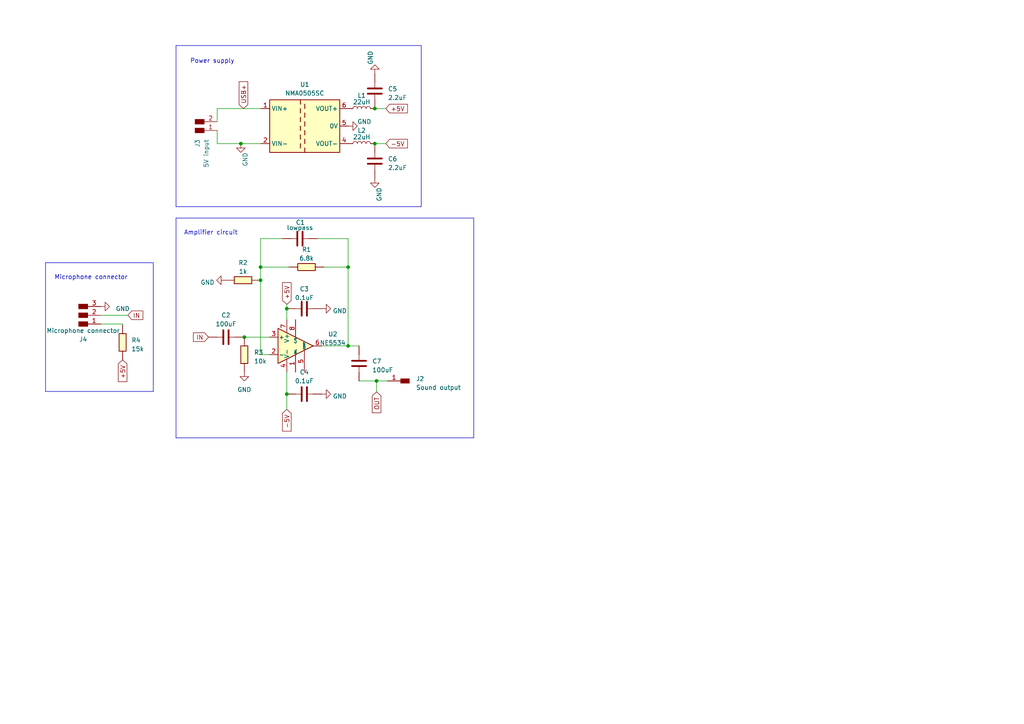
<source format=kicad_sch>
(kicad_sch (version 20230121) (generator eeschema)

  (uuid 6a4715f8-4ec3-4286-8825-f26f59b657a8)

  (paper "A4")

  (lib_symbols
    (symbol "Amplifier_Operational:NE5534" (pin_names (offset 0.127)) (in_bom yes) (on_board yes)
      (property "Reference" "U" (at 1.27 6.35 0)
        (effects (font (size 1.27 1.27)) (justify left))
      )
      (property "Value" "NE5534" (at 1.27 3.81 0)
        (effects (font (size 1.27 1.27)) (justify left))
      )
      (property "Footprint" "" (at 1.27 1.27 0)
        (effects (font (size 1.27 1.27)) hide)
      )
      (property "Datasheet" "http://www.ti.com/lit/ds/symlink/ne5534.pdf" (at 1.27 3.81 0)
        (effects (font (size 1.27 1.27)) hide)
      )
      (property "ki_keywords" "single opamp" (at 0 0 0)
        (effects (font (size 1.27 1.27)) hide)
      )
      (property "ki_description" "Single Low-Noise Operational Amplifiers, DIP-8/SOIC-8" (at 0 0 0)
        (effects (font (size 1.27 1.27)) hide)
      )
      (property "ki_fp_filters" "DIP*W7.62mm* SOIC*3.9x4.9mm*P1.27mm* TO?5*" (at 0 0 0)
        (effects (font (size 1.27 1.27)) hide)
      )
      (symbol "NE5534_0_1"
        (polyline
          (pts
            (xy -5.08 5.08)
            (xy 5.08 0)
            (xy -5.08 -5.08)
            (xy -5.08 5.08)
          )
          (stroke (width 0.254) (type default))
          (fill (type background))
        )
      )
      (symbol "NE5534_1_1"
        (pin input line (at 0 -7.62 90) (length 5.08)
          (name "BAL" (effects (font (size 0.508 0.508))))
          (number "1" (effects (font (size 1.27 1.27))))
        )
        (pin input line (at -7.62 -2.54 0) (length 2.54)
          (name "-" (effects (font (size 1.27 1.27))))
          (number "2" (effects (font (size 1.27 1.27))))
        )
        (pin input line (at -7.62 2.54 0) (length 2.54)
          (name "+" (effects (font (size 1.27 1.27))))
          (number "3" (effects (font (size 1.27 1.27))))
        )
        (pin power_in line (at -2.54 -7.62 90) (length 3.81)
          (name "V-" (effects (font (size 1.27 1.27))))
          (number "4" (effects (font (size 1.27 1.27))))
        )
        (pin input line (at 2.54 -7.62 90) (length 6.35)
          (name "COMP" (effects (font (size 0.508 0.508))))
          (number "5" (effects (font (size 1.27 1.27))))
        )
        (pin output line (at 7.62 0 180) (length 2.54)
          (name "~" (effects (font (size 1.27 1.27))))
          (number "6" (effects (font (size 1.27 1.27))))
        )
        (pin power_in line (at -2.54 7.62 270) (length 3.81)
          (name "V+" (effects (font (size 1.27 1.27))))
          (number "7" (effects (font (size 1.27 1.27))))
        )
        (pin input line (at 0 7.62 270) (length 5.08)
          (name "C/B" (effects (font (size 0.508 0.508))))
          (number "8" (effects (font (size 1.27 1.27))))
        )
      )
    )
    (symbol "Regulator_Switching:NMA0505SC" (in_bom yes) (on_board yes)
      (property "Reference" "U" (at -10.16 8.89 0)
        (effects (font (size 1.27 1.27)) (justify left))
      )
      (property "Value" "NMA0505SC" (at 0 8.89 0)
        (effects (font (size 1.27 1.27)) (justify left))
      )
      (property "Footprint" "Converter_DCDC:Converter_DCDC_Murata_NMAxxxxSC_THT" (at 0 -8.89 0)
        (effects (font (size 1.27 1.27) italic) hide)
      )
      (property "Datasheet" "http://power.murata.com/data/power/ncl/kdc_nma.pdf" (at 0 0 0)
        (effects (font (size 1.27 1.27)) hide)
      )
      (property "ki_keywords" "Murata isolated isolation dc-dc converter" (at 0 0 0)
        (effects (font (size 1.27 1.27)) hide)
      )
      (property "ki_description" "+/-100mA Isolated 1W Dual output DC/DC Converter Module, 5V Input Voltage, +/-5V Output Voltage, SIP3" (at 0 0 0)
        (effects (font (size 1.27 1.27)) hide)
      )
      (property "ki_fp_filters" "Converter*DCDC*Murata*NMAxxxxSC*" (at 0 0 0)
        (effects (font (size 1.27 1.27)) hide)
      )
      (symbol "NMA0505SC_0_1"
        (rectangle (start -10.16 7.62) (end 10.16 -7.62)
          (stroke (width 0.254) (type default))
          (fill (type background))
        )
        (polyline
          (pts
            (xy -1.27 -5.08)
            (xy -1.27 -6.35)
          )
          (stroke (width 0.254) (type default))
          (fill (type none))
        )
        (polyline
          (pts
            (xy -1.27 -2.54)
            (xy -1.27 -3.81)
          )
          (stroke (width 0.254) (type default))
          (fill (type none))
        )
        (polyline
          (pts
            (xy -1.27 0)
            (xy -1.27 -1.27)
          )
          (stroke (width 0.254) (type default))
          (fill (type none))
        )
        (polyline
          (pts
            (xy -1.27 2.54)
            (xy -1.27 1.27)
          )
          (stroke (width 0.254) (type default))
          (fill (type none))
        )
        (polyline
          (pts
            (xy -1.27 5.08)
            (xy -1.27 3.81)
          )
          (stroke (width 0.254) (type default))
          (fill (type none))
        )
        (polyline
          (pts
            (xy -1.27 7.62)
            (xy -1.27 6.35)
          )
          (stroke (width 0.254) (type default))
          (fill (type none))
        )
        (polyline
          (pts
            (xy 0 -7.62)
            (xy 0 -6.35)
          )
          (stroke (width 0.254) (type default))
          (fill (type none))
        )
        (polyline
          (pts
            (xy 0 -5.08)
            (xy 0 -3.81)
          )
          (stroke (width 0.254) (type default))
          (fill (type none))
        )
        (polyline
          (pts
            (xy 0 -1.27)
            (xy 0 -2.54)
          )
          (stroke (width 0.254) (type default))
          (fill (type none))
        )
        (polyline
          (pts
            (xy 0 0)
            (xy 0 1.27)
          )
          (stroke (width 0.254) (type default))
          (fill (type none))
        )
        (polyline
          (pts
            (xy 0 2.54)
            (xy 0 3.81)
          )
          (stroke (width 0.254) (type default))
          (fill (type none))
        )
        (polyline
          (pts
            (xy 0 5.08)
            (xy 0 6.35)
          )
          (stroke (width 0.254) (type default))
          (fill (type none))
        )
      )
      (symbol "NMA0505SC_1_1"
        (pin power_in line (at -12.7 5.08 0) (length 2.54)
          (name "VIN+" (effects (font (size 1.27 1.27))))
          (number "1" (effects (font (size 1.27 1.27))))
        )
        (pin power_in line (at -12.7 -5.08 0) (length 2.54)
          (name "VIN-" (effects (font (size 1.27 1.27))))
          (number "2" (effects (font (size 1.27 1.27))))
        )
        (pin power_out line (at 12.7 -5.08 180) (length 2.54)
          (name "VOUT-" (effects (font (size 1.27 1.27))))
          (number "4" (effects (font (size 1.27 1.27))))
        )
        (pin power_out line (at 12.7 0 180) (length 2.54)
          (name "0V" (effects (font (size 1.27 1.27))))
          (number "5" (effects (font (size 1.27 1.27))))
        )
        (pin power_out line (at 12.7 5.08 180) (length 2.54)
          (name "VOUT+" (effects (font (size 1.27 1.27))))
          (number "6" (effects (font (size 1.27 1.27))))
        )
      )
    )
    (symbol "fab:C_1206" (pin_numbers hide) (in_bom yes) (on_board yes)
      (property "Reference" "C" (at 0.635 2.54 0)
        (effects (font (size 1.27 1.27)) (justify left))
      )
      (property "Value" "C_1206" (at 0.635 -2.54 0)
        (effects (font (size 1.27 1.27)) (justify left))
      )
      (property "Footprint" "fab:C_1206" (at 0 0 0)
        (effects (font (size 1.27 1.27)) hide)
      )
      (property "Datasheet" "https://www.yageo.com/upload/media/product/productsearch/datasheet/mlcc/UPY-GP_NP0_16V-to-50V_18.pdf" (at 0 0 0)
        (effects (font (size 1.27 1.27)) hide)
      )
      (property "ki_keywords" "cap capacitor unpolarized 1206 C GRT31CC8YA106ME01L C3216X7R1H105K160AB C3216X7R2A104K160AA CC1206CRNPO9BN1R0 CC1206JRNPO9BN100 CC1206JRNPO9BN101 CC1206KKX7RCBB102 CC1206KRX7R9BB103" (at 0 0 0)
        (effects (font (size 1.27 1.27)) hide)
      )
      (property "ki_description" "Unpolarized capacitor, SMD, 1206" (at 0 0 0)
        (effects (font (size 1.27 1.27)) hide)
      )
      (property "ki_fp_filters" "*C*" (at 0 0 0)
        (effects (font (size 1.27 1.27)) hide)
      )
      (symbol "C_1206_0_1"
        (polyline
          (pts
            (xy -2.032 -0.762)
            (xy 2.032 -0.762)
          )
          (stroke (width 0.508) (type default))
          (fill (type none))
        )
        (polyline
          (pts
            (xy -2.032 0.762)
            (xy 2.032 0.762)
          )
          (stroke (width 0.508) (type default))
          (fill (type none))
        )
        (polyline
          (pts
            (xy 0 -0.635)
            (xy 0 -2.54)
          )
          (stroke (width 0) (type default))
          (fill (type none))
        )
        (polyline
          (pts
            (xy 0 0.635)
            (xy 0 2.54)
          )
          (stroke (width 0) (type default))
          (fill (type none))
        )
      )
      (symbol "C_1206_1_1"
        (pin passive line (at 0 5.08 270) (length 2.54)
          (name "~" (effects (font (size 1.27 1.27))))
          (number "1" (effects (font (size 1.27 1.27))))
        )
        (pin passive line (at 0 -5.08 90) (length 2.54)
          (name "~" (effects (font (size 1.27 1.27))))
          (number "2" (effects (font (size 1.27 1.27))))
        )
      )
    )
    (symbol "fab:Conn_PinHeader_1x01_P2.54mm_Horizontal_SMD" (pin_names (offset 1.016) hide) (in_bom yes) (on_board yes)
      (property "Reference" "J" (at 0 2.54 0)
        (effects (font (size 1.27 1.27)))
      )
      (property "Value" "Conn_PinHeader_1x01_P2.54mm_Horizontal_SMD" (at 0 -2.54 0)
        (effects (font (size 1.27 1.27)))
      )
      (property "Footprint" "fab:PinHeader_1x01_P2.54mm_Horizontal_SMD" (at 0 0 0)
        (effects (font (size 1.27 1.27)) hide)
      )
      (property "Datasheet" "~" (at 0 0 0)
        (effects (font (size 1.27 1.27)) hide)
      )
      (property "ki_keywords" "Connector pin header 2.54mm pitch horizontal SMD GBC36SGSN-M89" (at 0 0 0)
        (effects (font (size 1.27 1.27)) hide)
      )
      (property "ki_description" "Connector pin header 2.54mm pitch horizontal SMD" (at 0 0 0)
        (effects (font (size 1.27 1.27)) hide)
      )
      (property "ki_fp_filters" "*PinHeader*1x01*" (at 0 0 0)
        (effects (font (size 1.27 1.27)) hide)
      )
      (symbol "Conn_PinHeader_1x01_P2.54mm_Horizontal_SMD_1_1"
        (rectangle (start -1.27 0.635) (end 1.27 -0.635)
          (stroke (width 0.1524) (type default))
          (fill (type outline))
        )
        (pin passive line (at 5.08 0 180) (length 3.81)
          (name "Pin_1" (effects (font (size 1.27 1.27))))
          (number "1" (effects (font (size 1.27 1.27))))
        )
      )
    )
    (symbol "fab:Conn_PinHeader_1x02_P2.54mm_Horizontal_SMD" (pin_names hide) (in_bom yes) (on_board yes)
      (property "Reference" "J" (at 0 2.54 0)
        (effects (font (size 1.27 1.27)))
      )
      (property "Value" "Conn_PinHeader_1x02_P2.54mm_Horizontal_SMD" (at 0 -5.08 0)
        (effects (font (size 1.27 1.27)))
      )
      (property "Footprint" "fab:PinHeader_1x02_P2.54mm_Horizontal_SMD" (at 0 0 0)
        (effects (font (size 1.27 1.27)) hide)
      )
      (property "Datasheet" "~" (at 0 0 0)
        (effects (font (size 1.27 1.27)) hide)
      )
      (property "ki_keywords" "single row male connector" (at 0 0 0)
        (effects (font (size 1.27 1.27)) hide)
      )
      (property "ki_description" "Male connector, single row" (at 0 0 0)
        (effects (font (size 1.27 1.27)) hide)
      )
      (property "ki_fp_filters" "*PinHeader*1x02*" (at 0 0 0)
        (effects (font (size 1.27 1.27)) hide)
      )
      (symbol "Conn_PinHeader_1x02_P2.54mm_Horizontal_SMD_1_1"
        (rectangle (start -1.27 -1.905) (end 1.27 -3.175)
          (stroke (width 0.254) (type default))
          (fill (type outline))
        )
        (rectangle (start -1.27 0.635) (end 1.27 -0.635)
          (stroke (width 0.254) (type default))
          (fill (type outline))
        )
        (pin passive line (at 5.08 0 180) (length 3.81)
          (name "Pin_1" (effects (font (size 1.27 1.27))))
          (number "1" (effects (font (size 1.27 1.27))))
        )
        (pin passive line (at 5.08 -2.54 180) (length 3.81)
          (name "Pin_2" (effects (font (size 1.27 1.27))))
          (number "2" (effects (font (size 1.27 1.27))))
        )
      )
    )
    (symbol "fab:Conn_PinHeader_1x03_P2.54mm_Horizontal_SMD" (pin_names hide) (in_bom yes) (on_board yes)
      (property "Reference" "J" (at 0 5.08 0)
        (effects (font (size 1.27 1.27)))
      )
      (property "Value" "Conn_PinHeader_1x03_P2.54mm_Horizontal_SMD" (at 0 -5.08 0)
        (effects (font (size 1.27 1.27)))
      )
      (property "Footprint" "fab:PinHeader_1x03_P2.54mm_Horizontal_SMD" (at 0 0 0)
        (effects (font (size 1.27 1.27)) hide)
      )
      (property "Datasheet" "~" (at 0 0 0)
        (effects (font (size 1.27 1.27)) hide)
      )
      (property "ki_keywords" "single row male connector" (at 0 0 0)
        (effects (font (size 1.27 1.27)) hide)
      )
      (property "ki_description" "Male connector, single row" (at 0 0 0)
        (effects (font (size 1.27 1.27)) hide)
      )
      (property "ki_fp_filters" "*PinHeader*1x03*" (at 0 0 0)
        (effects (font (size 1.27 1.27)) hide)
      )
      (symbol "Conn_PinHeader_1x03_P2.54mm_Horizontal_SMD_1_1"
        (rectangle (start -1.27 -1.905) (end 1.27 -3.175)
          (stroke (width 0.254) (type default))
          (fill (type outline))
        )
        (rectangle (start -1.27 0.635) (end 1.27 -0.635)
          (stroke (width 0.254) (type default))
          (fill (type outline))
        )
        (rectangle (start -1.27 3.175) (end 1.27 1.905)
          (stroke (width 0.254) (type default))
          (fill (type outline))
        )
        (pin passive line (at 5.08 2.54 180) (length 3.81)
          (name "Pin_1" (effects (font (size 1.27 1.27))))
          (number "1" (effects (font (size 1.27 1.27))))
        )
        (pin passive line (at 5.08 0 180) (length 3.81)
          (name "Pin_2" (effects (font (size 1.27 1.27))))
          (number "2" (effects (font (size 1.27 1.27))))
        )
        (pin passive line (at 5.08 -2.54 180) (length 3.81)
          (name "Pin_3" (effects (font (size 1.27 1.27))))
          (number "3" (effects (font (size 1.27 1.27))))
        )
      )
    )
    (symbol "fab:L_1210" (pin_numbers hide) (pin_names hide) (in_bom yes) (on_board yes)
      (property "Reference" "L" (at -1.27 0 90)
        (effects (font (size 1.27 1.27)))
      )
      (property "Value" "L_1210" (at 1.905 0 90)
        (effects (font (size 1.27 1.27)))
      )
      (property "Footprint" "fab:L_1210" (at 0 0 0)
        (effects (font (size 1.27 1.27)) hide)
      )
      (property "Datasheet" "https://ds.yuden.co.jp/TYCOMPAS/ut/detail?pn=CBC3225T1R0MR%20%20&u=M" (at 0 0 0)
        (effects (font (size 1.27 1.27)) hide)
      )
      (property "ki_keywords" "inductor choke coil reactor magnetic ferrite bead CBC3225T1R0MR CBC3225T100KR CBC3225T101KR CBC3225T102KR" (at 0 0 0)
        (effects (font (size 1.27 1.27)) hide)
      )
      (property "ki_description" "Inductor, SMD, 1210" (at 0 0 0)
        (effects (font (size 1.27 1.27)) hide)
      )
      (property "ki_fp_filters" "*1210*" (at 0 0 0)
        (effects (font (size 1.27 1.27)) hide)
      )
      (symbol "L_1210_0_1"
        (arc (start 0 -2.54) (mid 0.6323 -1.905) (end 0 -1.27)
          (stroke (width 0) (type default))
          (fill (type none))
        )
        (arc (start 0 -1.27) (mid 0.6323 -0.635) (end 0 0)
          (stroke (width 0) (type default))
          (fill (type none))
        )
        (arc (start 0 0) (mid 0.6323 0.635) (end 0 1.27)
          (stroke (width 0) (type default))
          (fill (type none))
        )
        (arc (start 0 1.27) (mid 0.6323 1.905) (end 0 2.54)
          (stroke (width 0) (type default))
          (fill (type none))
        )
      )
      (symbol "L_1210_1_1"
        (pin passive line (at 0 3.81 270) (length 1.27)
          (name "1" (effects (font (size 1.27 1.27))))
          (number "1" (effects (font (size 1.27 1.27))))
        )
        (pin passive line (at 0 -3.81 90) (length 1.27)
          (name "2" (effects (font (size 1.27 1.27))))
          (number "2" (effects (font (size 1.27 1.27))))
        )
      )
    )
    (symbol "fab:R_1206" (pin_numbers hide) (pin_names (offset 0)) (in_bom yes) (on_board yes)
      (property "Reference" "R" (at 2.54 0 90)
        (effects (font (size 1.27 1.27)))
      )
      (property "Value" "R_1206" (at -2.54 0 90)
        (effects (font (size 1.27 1.27)))
      )
      (property "Footprint" "fab:R_1206" (at 0 0 90)
        (effects (font (size 1.27 1.27)) hide)
      )
      (property "Datasheet" "~" (at 0 0 0)
        (effects (font (size 1.27 1.27)) hide)
      )
      (property "ki_keywords" "R res resistor RC1206FR-074M99L RC1206FR-07499KL RC1206FR-0749K9L RC1206FR-0749R9L RC1206FR-074R99L ERJ-8BWJR100V RC1206FR-070RL RC1206FR-071RL RC1206FR-0710RL RC1206FR-07100RL RC1206FR-07499RL RC1206FR-071KL RC1206FR-074K99L RC1206FR-0710KL RC1206FR-07100KL RC1206FR-071ML RC1206FR-0710ML PT1206FR-070R1L" (at 0 0 0)
        (effects (font (size 1.27 1.27)) hide)
      )
      (property "ki_description" "Resistor" (at 0 0 0)
        (effects (font (size 1.27 1.27)) hide)
      )
      (property "ki_fp_filters" "*R*1206*" (at 0 0 0)
        (effects (font (size 1.27 1.27)) hide)
      )
      (symbol "R_1206_0_1"
        (rectangle (start -1.016 -2.54) (end 1.016 2.54)
          (stroke (width 0.254) (type default))
          (fill (type background))
        )
      )
      (symbol "R_1206_1_1"
        (pin passive line (at 0 5.08 270) (length 2.54)
          (name "~" (effects (font (size 1.27 1.27))))
          (number "1" (effects (font (size 1.27 1.27))))
        )
        (pin passive line (at 0 -5.08 90) (length 2.54)
          (name "~" (effects (font (size 1.27 1.27))))
          (number "2" (effects (font (size 1.27 1.27))))
        )
      )
    )
    (symbol "power:GND" (power) (pin_names (offset 0)) (in_bom yes) (on_board yes)
      (property "Reference" "#PWR" (at 0 -6.35 0)
        (effects (font (size 1.27 1.27)) hide)
      )
      (property "Value" "GND" (at 0 -3.81 0)
        (effects (font (size 1.27 1.27)))
      )
      (property "Footprint" "" (at 0 0 0)
        (effects (font (size 1.27 1.27)) hide)
      )
      (property "Datasheet" "" (at 0 0 0)
        (effects (font (size 1.27 1.27)) hide)
      )
      (property "ki_keywords" "global power" (at 0 0 0)
        (effects (font (size 1.27 1.27)) hide)
      )
      (property "ki_description" "Power symbol creates a global label with name \"GND\" , ground" (at 0 0 0)
        (effects (font (size 1.27 1.27)) hide)
      )
      (symbol "GND_0_1"
        (polyline
          (pts
            (xy 0 0)
            (xy 0 -1.27)
            (xy 1.27 -1.27)
            (xy 0 -2.54)
            (xy -1.27 -1.27)
            (xy 0 -1.27)
          )
          (stroke (width 0) (type default))
          (fill (type none))
        )
      )
      (symbol "GND_1_1"
        (pin power_in line (at 0 0 270) (length 0) hide
          (name "GND" (effects (font (size 1.27 1.27))))
          (number "1" (effects (font (size 1.27 1.27))))
        )
      )
    )
  )

  (junction (at 108.712 41.656) (diameter 0) (color 0 0 0 0)
    (uuid 27dffce9-8c56-479c-b0a4-3dd75d995911)
  )
  (junction (at 100.965 100.33) (diameter 0) (color 0 0 0 0)
    (uuid 3484fde2-074c-4008-9b20-c9eb3fa7952b)
  )
  (junction (at 83.185 114.3) (diameter 0) (color 0 0 0 0)
    (uuid 45283394-130b-4115-8428-15ac6905acf9)
  )
  (junction (at 109.22 110.49) (diameter 0) (color 0 0 0 0)
    (uuid 4c9eefc1-96f3-4b9a-94ba-33e2d812217c)
  )
  (junction (at 83.185 89.535) (diameter 0) (color 0 0 0 0)
    (uuid 509501c1-da23-43a5-99b0-8a69903650be)
  )
  (junction (at 75.565 81.28) (diameter 0) (color 0 0 0 0)
    (uuid 636fb499-27ca-4556-9ef1-ce4b231c6242)
  )
  (junction (at 75.565 77.47) (diameter 0) (color 0 0 0 0)
    (uuid 896eb8d0-8df2-494f-a39a-14c556bf8a77)
  )
  (junction (at 108.712 31.496) (diameter 0) (color 0 0 0 0)
    (uuid 8d70a528-7cae-40b4-808c-a7ef2db69022)
  )
  (junction (at 100.965 77.47) (diameter 0) (color 0 0 0 0)
    (uuid 8ee90d20-1df3-4bbb-895f-0d0662a37711)
  )
  (junction (at 70.866 97.79) (diameter 0) (color 0 0 0 0)
    (uuid d22d5148-3719-4990-ac40-f52cd03175a3)
  )
  (junction (at 69.85 41.656) (diameter 0) (color 0 0 0 0)
    (uuid e0801809-a349-4649-a1a1-f87da7f246f3)
  )

  (wire (pts (xy 29.21 91.44) (xy 37.084 91.44))
    (stroke (width 0) (type default))
    (uuid 07b1f2ad-68d5-4df3-bbd7-4a4372da7633)
  )
  (polyline (pts (xy 51.054 13.208) (xy 51.054 59.944))
    (stroke (width 0) (type default))
    (uuid 15141966-b4c0-4018-8a96-4027df155e30)
  )
  (polyline (pts (xy 137.414 127) (xy 51.054 127))
    (stroke (width 0) (type default))
    (uuid 1a80e352-4205-4140-b945-193d7f0cf3f5)
  )
  (polyline (pts (xy 13.208 113.538) (xy 44.45 113.538))
    (stroke (width 0) (type default))
    (uuid 1aa5d0fa-2e23-4491-8bb2-2a7f6c98bd97)
  )
  (polyline (pts (xy 122.174 59.944) (xy 122.174 13.208))
    (stroke (width 0) (type default))
    (uuid 1da304fa-8ea2-4c96-8196-93d1b453abda)
  )

  (wire (pts (xy 62.992 31.496) (xy 75.692 31.496))
    (stroke (width 0) (type default))
    (uuid 34cf8927-5d3d-49c7-ad04-b0cbfef2d832)
  )
  (polyline (pts (xy 137.414 63.246) (xy 137.414 127))
    (stroke (width 0) (type default))
    (uuid 483f4732-37a7-4e7b-a921-c1d199af241a)
  )

  (wire (pts (xy 81.915 69.215) (xy 75.565 69.215))
    (stroke (width 0) (type default))
    (uuid 4d0e4fee-cdf9-433f-99d8-fcef8aec5f8c)
  )
  (wire (pts (xy 100.965 77.47) (xy 100.965 100.33))
    (stroke (width 0) (type default))
    (uuid 4e02ae53-320c-41ef-be5e-560b448ba2b7)
  )
  (wire (pts (xy 83.185 89.535) (xy 83.185 92.71))
    (stroke (width 0) (type default))
    (uuid 4ef41896-d9f2-4fec-81b6-7b11ae62c5a4)
  )
  (wire (pts (xy 75.565 77.47) (xy 83.82 77.47))
    (stroke (width 0) (type default))
    (uuid 57ba2ff4-0dcb-4f59-91a4-5e8f273e2bee)
  )
  (wire (pts (xy 109.22 113.665) (xy 109.22 110.49))
    (stroke (width 0) (type default))
    (uuid 57f463f9-7b1f-46f5-a1dc-a8797235bb73)
  )
  (wire (pts (xy 112.395 110.49) (xy 109.22 110.49))
    (stroke (width 0) (type default))
    (uuid 584f759b-b20d-4f8c-a497-6ad5b7accb2a)
  )
  (polyline (pts (xy 13.208 76.2) (xy 44.45 76.2))
    (stroke (width 0) (type default))
    (uuid 62dd6b53-7013-44dc-a4af-77a395eae754)
  )

  (wire (pts (xy 93.98 77.47) (xy 100.965 77.47))
    (stroke (width 0) (type default))
    (uuid 63392e5a-134f-4584-8901-4728aa7fb42b)
  )
  (wire (pts (xy 75.565 81.28) (xy 75.565 102.87))
    (stroke (width 0) (type default))
    (uuid 65e49ede-8407-4fc7-a057-ae3080aa03a7)
  )
  (wire (pts (xy 83.185 88.265) (xy 83.185 89.535))
    (stroke (width 0) (type default))
    (uuid 6a6dcc99-e01f-4cea-a42c-b9420f8ba78a)
  )
  (wire (pts (xy 62.992 31.496) (xy 62.992 35.306))
    (stroke (width 0) (type default))
    (uuid 6b6029f2-18fe-4931-8460-c88a6a122d74)
  )
  (polyline (pts (xy 51.054 59.944) (xy 122.174 59.944))
    (stroke (width 0) (type default))
    (uuid 71830ccb-9b83-4871-9926-a4d41b73f957)
  )

  (wire (pts (xy 35.56 94.234) (xy 35.56 93.98))
    (stroke (width 0) (type default))
    (uuid 7f3b8349-9c72-4959-a090-1cc92b725583)
  )
  (wire (pts (xy 62.992 37.846) (xy 62.992 41.656))
    (stroke (width 0) (type default))
    (uuid 7fb6d567-fa0c-4b13-96bc-df5336dd3d70)
  )
  (wire (pts (xy 100.965 69.215) (xy 92.075 69.215))
    (stroke (width 0) (type default))
    (uuid 83ae5a17-6a49-43f5-81c6-f8f3535088d5)
  )
  (wire (pts (xy 109.22 110.49) (xy 104.14 110.49))
    (stroke (width 0) (type default))
    (uuid 885c0f67-7ff3-4fa0-874e-3d79aba8651c)
  )
  (polyline (pts (xy 44.45 76.2) (xy 44.45 113.538))
    (stroke (width 0) (type default))
    (uuid 8f5d1f67-fdef-4e0c-8ba9-5aa3377db2c8)
  )

  (wire (pts (xy 100.965 100.33) (xy 93.345 100.33))
    (stroke (width 0) (type default))
    (uuid 9466bcef-9200-4b20-9245-3d27feb28875)
  )
  (wire (pts (xy 62.992 41.656) (xy 69.85 41.656))
    (stroke (width 0) (type default))
    (uuid 97cbd618-d9fe-410e-befa-cb5f3aab2ca3)
  )
  (wire (pts (xy 75.565 102.87) (xy 78.105 102.87))
    (stroke (width 0) (type default))
    (uuid 9f1173fb-9535-40b0-a8c5-9e716c9e36e6)
  )
  (wire (pts (xy 70.612 97.79) (xy 70.866 97.79))
    (stroke (width 0) (type default))
    (uuid a9276775-dabd-4d10-9871-33ea0a255758)
  )
  (wire (pts (xy 75.565 69.215) (xy 75.565 77.47))
    (stroke (width 0) (type default))
    (uuid afe57001-a629-4972-ac59-a599eda8025a)
  )
  (wire (pts (xy 104.14 100.33) (xy 100.965 100.33))
    (stroke (width 0) (type default))
    (uuid b8a29964-26c3-465d-8504-f7ecd873c14d)
  )
  (wire (pts (xy 75.565 77.47) (xy 75.565 81.28))
    (stroke (width 0) (type default))
    (uuid bc241439-579b-47c3-9a11-b8297b5c840c)
  )
  (polyline (pts (xy 51.054 63.246) (xy 51.054 127))
    (stroke (width 0) (type default))
    (uuid beccc000-43e4-4574-ae45-d5ac46dc3bea)
  )

  (wire (pts (xy 111.887 41.656) (xy 108.712 41.656))
    (stroke (width 0) (type default))
    (uuid c27f7fd3-3f8a-4e4d-b281-980b03be72ce)
  )
  (polyline (pts (xy 13.208 113.538) (xy 13.208 76.2))
    (stroke (width 0) (type default))
    (uuid c366fea9-caa8-438a-9602-de18241a9676)
  )

  (wire (pts (xy 100.965 69.215) (xy 100.965 77.47))
    (stroke (width 0) (type default))
    (uuid c50f6334-502e-4127-b10d-a803258f5d99)
  )
  (wire (pts (xy 70.866 97.79) (xy 78.105 97.79))
    (stroke (width 0) (type default))
    (uuid cec2b826-e7a5-4840-bcbe-b7a4424d06d1)
  )
  (wire (pts (xy 83.185 114.3) (xy 83.185 107.95))
    (stroke (width 0) (type default))
    (uuid d3fb8f4f-92e7-40c7-a00f-27490c35df30)
  )
  (wire (pts (xy 111.887 31.496) (xy 108.712 31.496))
    (stroke (width 0) (type default))
    (uuid d599ab28-f77e-4aa8-b1d1-00013367d22a)
  )
  (polyline (pts (xy 51.054 13.208) (xy 122.174 13.208))
    (stroke (width 0) (type default))
    (uuid e42792b9-7dfd-4509-9827-011c710cdab9)
  )

  (wire (pts (xy 29.21 93.98) (xy 35.56 93.98))
    (stroke (width 0) (type default))
    (uuid e9c52d25-5c52-48f1-893c-5385ae3b3c60)
  )
  (polyline (pts (xy 51.054 63.246) (xy 137.414 63.246))
    (stroke (width 0) (type default))
    (uuid ead39e2b-5771-4bb2-bc25-f5043ceb3a93)
  )

  (wire (pts (xy 69.85 41.656) (xy 75.692 41.656))
    (stroke (width 0) (type default))
    (uuid f4ada5a1-5a15-43b2-b398-cc31845570ce)
  )
  (wire (pts (xy 83.185 118.745) (xy 83.185 114.3))
    (stroke (width 0) (type default))
    (uuid f4ba6ef5-5e13-476d-8887-1eef93b8e637)
  )

  (text "Microphone connector\n" (at 15.748 81.28 0)
    (effects (font (size 1.27 1.27)) (justify left bottom))
    (uuid 14fbe3d7-493c-4c05-a2b5-fb7eff912d63)
  )
  (text "Power supply" (at 55.118 18.542 0)
    (effects (font (size 1.27 1.27)) (justify left bottom))
    (uuid bc13c96b-a7f9-45b5-aad9-4a7f2e2a9317)
  )
  (text "Amplifier circuit\n" (at 53.34 68.326 0)
    (effects (font (size 1.27 1.27)) (justify left bottom))
    (uuid cdfe8e2c-b8d2-48f4-aee4-d79bc1de066e)
  )

  (global_label "-5V" (shape input) (at 83.185 118.745 270) (fields_autoplaced)
    (effects (font (size 1.27 1.27)) (justify right))
    (uuid 05798a40-96a7-40f6-bf49-02b3e9a6074a)
    (property "Intersheetrefs" "${INTERSHEET_REFS}" (at 83.185 125.5213 90)
      (effects (font (size 1.27 1.27)) (justify right) hide)
    )
  )
  (global_label "+5V" (shape input) (at 35.56 104.394 270) (fields_autoplaced)
    (effects (font (size 1.27 1.27)) (justify right))
    (uuid 36d7fb84-3824-45e8-893d-eaf4f984b8b5)
    (property "Intersheetrefs" "${INTERSHEET_REFS}" (at 35.56 111.1703 90)
      (effects (font (size 1.27 1.27)) (justify right) hide)
    )
  )
  (global_label "IN" (shape input) (at 37.084 91.44 0) (fields_autoplaced)
    (effects (font (size 1.27 1.27)) (justify left))
    (uuid 424e4c30-2d94-428d-85c5-23cdb6c31c0d)
    (property "Intersheetrefs" "${INTERSHEET_REFS}" (at 41.9251 91.44 0)
      (effects (font (size 1.27 1.27)) (justify left) hide)
    )
  )
  (global_label "OUT" (shape input) (at 109.22 113.665 270) (fields_autoplaced)
    (effects (font (size 1.27 1.27)) (justify right))
    (uuid 7d393b2f-a2b9-4e41-b2c5-91ee81eb13ab)
    (property "Intersheetrefs" "${INTERSHEET_REFS}" (at 109.22 120.1994 90)
      (effects (font (size 1.27 1.27)) (justify right) hide)
    )
  )
  (global_label "-5V" (shape input) (at 111.887 41.656 0) (fields_autoplaced)
    (effects (font (size 1.27 1.27)) (justify left))
    (uuid b7b167ca-711a-4985-9bae-7fcd0c7ef3ac)
    (property "Intersheetrefs" "${INTERSHEET_REFS}" (at 118.6633 41.656 0)
      (effects (font (size 1.27 1.27)) (justify left) hide)
    )
  )
  (global_label "IN" (shape input) (at 60.452 97.79 180) (fields_autoplaced)
    (effects (font (size 1.27 1.27)) (justify right))
    (uuid d375f0dc-bc29-451a-8497-9dfaa14b2a8f)
    (property "Intersheetrefs" "${INTERSHEET_REFS}" (at 55.6109 97.79 0)
      (effects (font (size 1.27 1.27)) (justify right) hide)
    )
  )
  (global_label "USB+" (shape input) (at 70.612 31.496 90) (fields_autoplaced)
    (effects (font (size 1.27 1.27)) (justify left))
    (uuid e6046060-e0ea-4e82-91fb-281601e54330)
    (property "Intersheetrefs" "${INTERSHEET_REFS}" (at 70.612 23.2078 90)
      (effects (font (size 1.27 1.27)) (justify left) hide)
    )
  )
  (global_label "+5V" (shape input) (at 83.185 88.265 90) (fields_autoplaced)
    (effects (font (size 1.27 1.27)) (justify left))
    (uuid ea212c5c-0338-4a71-988a-8ac1b600fbdb)
    (property "Intersheetrefs" "${INTERSHEET_REFS}" (at 83.185 81.4887 90)
      (effects (font (size 1.27 1.27)) (justify left) hide)
    )
  )
  (global_label "+5V" (shape input) (at 111.887 31.496 0) (fields_autoplaced)
    (effects (font (size 1.27 1.27)) (justify left))
    (uuid ed500003-e944-4caa-af34-db9376588a91)
    (property "Intersheetrefs" "${INTERSHEET_REFS}" (at 118.6633 31.496 0)
      (effects (font (size 1.27 1.27)) (justify left) hide)
    )
  )

  (symbol (lib_id "power:GND") (at 93.345 89.535 90) (unit 1)
    (in_bom yes) (on_board yes) (dnp no) (fields_autoplaced)
    (uuid 03a2057b-7280-4a51-a417-12e3d6a11fb3)
    (property "Reference" "#PWR05" (at 99.695 89.535 0)
      (effects (font (size 1.27 1.27)) hide)
    )
    (property "Value" "GND" (at 96.52 90.17 90)
      (effects (font (size 1.27 1.27)) (justify right))
    )
    (property "Footprint" "" (at 93.345 89.535 0)
      (effects (font (size 1.27 1.27)) hide)
    )
    (property "Datasheet" "" (at 93.345 89.535 0)
      (effects (font (size 1.27 1.27)) hide)
    )
    (pin "1" (uuid 474ccc8e-5a2a-42e8-a79f-1b5db67ec93a))
    (instances
      (project "preampV3"
        (path "/6a4715f8-4ec3-4286-8825-f26f59b657a8"
          (reference "#PWR05") (unit 1)
        )
      )
    )
  )

  (symbol (lib_id "fab:C_1206") (at 86.995 69.215 90) (unit 1)
    (in_bom yes) (on_board yes) (dnp no)
    (uuid 1ab6a609-eb02-48ce-bb4e-9177dab208ba)
    (property "Reference" "C1" (at 87.122 64.516 90)
      (effects (font (size 1.27 1.27)))
    )
    (property "Value" "lowpass" (at 86.995 66.04 90)
      (effects (font (size 1.27 1.27)))
    )
    (property "Footprint" "fab:C_1206" (at 86.995 69.215 0)
      (effects (font (size 1.27 1.27) bold) hide)
    )
    (property "Datasheet" "https://www.yageo.com/upload/media/product/productsearch/datasheet/mlcc/UPY-GP_NP0_16V-to-50V_18.pdf" (at 86.995 69.215 0)
      (effects (font (size 1.27 1.27)) hide)
    )
    (pin "1" (uuid a6b2e227-2e1a-4c55-95c0-f2e091ab8829))
    (pin "2" (uuid 06c83995-f009-40a4-a953-bb74256e5faf))
    (instances
      (project "preampV3"
        (path "/6a4715f8-4ec3-4286-8825-f26f59b657a8"
          (reference "C1") (unit 1)
        )
      )
    )
  )

  (symbol (lib_id "fab:R_1206") (at 35.56 99.314 180) (unit 1)
    (in_bom yes) (on_board yes) (dnp no) (fields_autoplaced)
    (uuid 1f29e79b-c695-45a6-8abe-b3c984f6f78c)
    (property "Reference" "R4" (at 38.1 98.679 0)
      (effects (font (size 1.27 1.27)) (justify right))
    )
    (property "Value" "15k" (at 38.1 101.219 0)
      (effects (font (size 1.27 1.27)) (justify right))
    )
    (property "Footprint" "fab:R_1206" (at 35.56 99.314 90)
      (effects (font (size 1.27 1.27)) hide)
    )
    (property "Datasheet" "~" (at 35.56 99.314 0)
      (effects (font (size 1.27 1.27)) hide)
    )
    (pin "1" (uuid 5942c8e9-4a42-4dc8-ba39-a655b9487dad))
    (pin "2" (uuid 8426edc9-b102-41dc-8840-b047daab93d7))
    (instances
      (project "preampV3"
        (path "/6a4715f8-4ec3-4286-8825-f26f59b657a8"
          (reference "R4") (unit 1)
        )
      )
    )
  )

  (symbol (lib_id "power:GND") (at 69.85 41.656 0) (unit 1)
    (in_bom yes) (on_board yes) (dnp no)
    (uuid 316cf4da-1e94-464e-97cd-44723f26012f)
    (property "Reference" "#PWR04" (at 69.85 48.006 0)
      (effects (font (size 1.27 1.27)) hide)
    )
    (property "Value" "GND" (at 71.12 44.196 90)
      (effects (font (size 1.27 1.27)) (justify right))
    )
    (property "Footprint" "" (at 69.85 41.656 0)
      (effects (font (size 1.27 1.27)) hide)
    )
    (property "Datasheet" "" (at 69.85 41.656 0)
      (effects (font (size 1.27 1.27)) hide)
    )
    (pin "1" (uuid 49c94060-7f76-4d2b-a0d2-3875615ab8cb))
    (instances
      (project "preampV3"
        (path "/6a4715f8-4ec3-4286-8825-f26f59b657a8"
          (reference "#PWR04") (unit 1)
        )
      )
    )
  )

  (symbol (lib_id "fab:C_1206") (at 88.265 114.3 90) (unit 1)
    (in_bom yes) (on_board yes) (dnp no) (fields_autoplaced)
    (uuid 4557c1cd-b7db-4799-9f0b-78f6d9809f6f)
    (property "Reference" "C4" (at 88.265 107.95 90)
      (effects (font (size 1.27 1.27)))
    )
    (property "Value" "0.1uF" (at 88.265 110.49 90)
      (effects (font (size 1.27 1.27)))
    )
    (property "Footprint" "fab:C_1206" (at 88.265 114.3 0)
      (effects (font (size 1.27 1.27)) hide)
    )
    (property "Datasheet" "https://www.yageo.com/upload/media/product/productsearch/datasheet/mlcc/UPY-GP_NP0_16V-to-50V_18.pdf" (at 88.265 114.3 0)
      (effects (font (size 1.27 1.27)) hide)
    )
    (pin "1" (uuid a6eaffa8-eebd-4afe-aca6-41ccbc137452))
    (pin "2" (uuid 74d39969-5e8c-441d-98e4-2ad074ffd816))
    (instances
      (project "preampV3"
        (path "/6a4715f8-4ec3-4286-8825-f26f59b657a8"
          (reference "C4") (unit 1)
        )
      )
    )
  )

  (symbol (lib_id "power:GND") (at 70.866 107.95 0) (unit 1)
    (in_bom yes) (on_board yes) (dnp no) (fields_autoplaced)
    (uuid 511f6413-79af-4401-853e-5bf08513f7e7)
    (property "Reference" "#PWR09" (at 70.866 114.3 0)
      (effects (font (size 1.27 1.27)) hide)
    )
    (property "Value" "GND" (at 70.866 113.03 0)
      (effects (font (size 1.27 1.27)))
    )
    (property "Footprint" "" (at 70.866 107.95 0)
      (effects (font (size 1.27 1.27)) hide)
    )
    (property "Datasheet" "" (at 70.866 107.95 0)
      (effects (font (size 1.27 1.27)) hide)
    )
    (pin "1" (uuid 148d0bb3-7c46-4aa0-9389-3a928ec2acae))
    (instances
      (project "preampV3"
        (path "/6a4715f8-4ec3-4286-8825-f26f59b657a8"
          (reference "#PWR09") (unit 1)
        )
      )
    )
  )

  (symbol (lib_id "power:GND") (at 108.712 51.816 0) (unit 1)
    (in_bom yes) (on_board yes) (dnp no)
    (uuid 5617d2c0-d4f4-417e-a5ac-5e4935b59422)
    (property "Reference" "#PWR08" (at 108.712 58.166 0)
      (effects (font (size 1.27 1.27)) hide)
    )
    (property "Value" "GND" (at 109.982 54.356 90)
      (effects (font (size 1.27 1.27)) (justify right))
    )
    (property "Footprint" "" (at 108.712 51.816 0)
      (effects (font (size 1.27 1.27)) hide)
    )
    (property "Datasheet" "" (at 108.712 51.816 0)
      (effects (font (size 1.27 1.27)) hide)
    )
    (pin "1" (uuid 4779ba4d-1201-4e02-8e6e-6c493e1bc460))
    (instances
      (project "preampV3"
        (path "/6a4715f8-4ec3-4286-8825-f26f59b657a8"
          (reference "#PWR08") (unit 1)
        )
      )
    )
  )

  (symbol (lib_id "fab:L_1210") (at 104.902 41.656 90) (unit 1)
    (in_bom yes) (on_board yes) (dnp no)
    (uuid 5a5469e2-07bc-46a1-9076-8d0327cff436)
    (property "Reference" "L2" (at 104.902 37.846 90)
      (effects (font (size 1.27 1.27)))
    )
    (property "Value" "22uH" (at 104.902 39.751 90)
      (effects (font (size 1.27 1.27)))
    )
    (property "Footprint" "Inductor_SMD:L_Wuerth_HCI-7030" (at 104.902 41.656 0)
      (effects (font (size 1.27 1.27)) hide)
    )
    (property "Datasheet" "https://ds.yuden.co.jp/TYCOMPAS/ut/detail?pn=CBC3225T1R0MR%20%20&u=M" (at 104.902 41.656 0)
      (effects (font (size 1.27 1.27)) hide)
    )
    (pin "1" (uuid c2601cae-92d3-4cc2-8f68-daf6b83933f3))
    (pin "2" (uuid 87ca53ad-c9f9-4000-8bd4-7d51442f96cb))
    (instances
      (project "preampV3"
        (path "/6a4715f8-4ec3-4286-8825-f26f59b657a8"
          (reference "L2") (unit 1)
        )
      )
    )
  )

  (symbol (lib_id "fab:R_1206") (at 70.866 102.87 180) (unit 1)
    (in_bom yes) (on_board yes) (dnp no) (fields_autoplaced)
    (uuid 5bf1f177-bde5-493c-bc31-1da9c0e28255)
    (property "Reference" "R3" (at 73.66 102.235 0)
      (effects (font (size 1.27 1.27)) (justify right))
    )
    (property "Value" "10k" (at 73.66 104.775 0)
      (effects (font (size 1.27 1.27)) (justify right))
    )
    (property "Footprint" "fab:R_1206" (at 70.866 102.87 90)
      (effects (font (size 1.27 1.27)) hide)
    )
    (property "Datasheet" "~" (at 70.866 102.87 0)
      (effects (font (size 1.27 1.27)) hide)
    )
    (pin "1" (uuid a9d2a16c-a8a9-4e3e-a720-1d831c9a7b3d))
    (pin "2" (uuid b1fa9d64-4305-4a5b-b275-6d3b086ff7c9))
    (instances
      (project "preampV3"
        (path "/6a4715f8-4ec3-4286-8825-f26f59b657a8"
          (reference "R3") (unit 1)
        )
      )
    )
  )

  (symbol (lib_id "fab:C_1206") (at 104.14 105.41 180) (unit 1)
    (in_bom yes) (on_board yes) (dnp no) (fields_autoplaced)
    (uuid 5d7f2e4c-ca0b-43f0-a1ae-0d92f5d0f1bb)
    (property "Reference" "C7" (at 107.95 104.775 0)
      (effects (font (size 1.27 1.27)) (justify right))
    )
    (property "Value" "100uF" (at 107.95 107.315 0)
      (effects (font (size 1.27 1.27)) (justify right))
    )
    (property "Footprint" "fab:C_1206" (at 104.14 105.41 0)
      (effects (font (size 1.27 1.27)) hide)
    )
    (property "Datasheet" "https://www.yageo.com/upload/media/product/productsearch/datasheet/mlcc/UPY-GP_NP0_16V-to-50V_18.pdf" (at 104.14 105.41 0)
      (effects (font (size 1.27 1.27)) hide)
    )
    (pin "1" (uuid ddcf1315-cd63-4eca-96c6-d1144c2b111d))
    (pin "2" (uuid 73189f1c-9861-4419-8c1d-78b3847a745c))
    (instances
      (project "preampV3"
        (path "/6a4715f8-4ec3-4286-8825-f26f59b657a8"
          (reference "C7") (unit 1)
        )
      )
    )
  )

  (symbol (lib_id "fab:R_1206") (at 70.485 81.28 90) (unit 1)
    (in_bom yes) (on_board yes) (dnp no) (fields_autoplaced)
    (uuid 6459456d-552e-4b63-bd5f-5dbdd3fb5234)
    (property "Reference" "R2" (at 70.485 76.2 90)
      (effects (font (size 1.27 1.27)))
    )
    (property "Value" "1k" (at 70.485 78.74 90)
      (effects (font (size 1.27 1.27)))
    )
    (property "Footprint" "fab:R_1206" (at 70.485 81.28 90)
      (effects (font (size 1.27 1.27)) hide)
    )
    (property "Datasheet" "~" (at 70.485 81.28 0)
      (effects (font (size 1.27 1.27)) hide)
    )
    (pin "1" (uuid c4a6a797-dbb4-4969-b8f6-4902db6691c6))
    (pin "2" (uuid 43fdbd0e-439e-40e9-be2c-fcfe73dbaa40))
    (instances
      (project "preampV3"
        (path "/6a4715f8-4ec3-4286-8825-f26f59b657a8"
          (reference "R2") (unit 1)
        )
      )
    )
  )

  (symbol (lib_id "power:GND") (at 93.345 114.3 90) (unit 1)
    (in_bom yes) (on_board yes) (dnp no) (fields_autoplaced)
    (uuid 69fc12dd-a04e-42ba-a970-59cef16f6c16)
    (property "Reference" "#PWR06" (at 99.695 114.3 0)
      (effects (font (size 1.27 1.27)) hide)
    )
    (property "Value" "GND" (at 96.52 114.935 90)
      (effects (font (size 1.27 1.27)) (justify right))
    )
    (property "Footprint" "" (at 93.345 114.3 0)
      (effects (font (size 1.27 1.27)) hide)
    )
    (property "Datasheet" "" (at 93.345 114.3 0)
      (effects (font (size 1.27 1.27)) hide)
    )
    (pin "1" (uuid 274b5fa2-47ad-4589-9282-05843e7d0fae))
    (instances
      (project "preampV3"
        (path "/6a4715f8-4ec3-4286-8825-f26f59b657a8"
          (reference "#PWR06") (unit 1)
        )
      )
    )
  )

  (symbol (lib_id "fab:C_1206") (at 108.712 46.736 0) (unit 1)
    (in_bom yes) (on_board yes) (dnp no) (fields_autoplaced)
    (uuid 6a3afe40-0572-41f8-bb47-435cffeaef78)
    (property "Reference" "C6" (at 112.522 46.101 0)
      (effects (font (size 1.27 1.27)) (justify left))
    )
    (property "Value" "2.2uF" (at 112.522 48.641 0)
      (effects (font (size 1.27 1.27)) (justify left))
    )
    (property "Footprint" "fab:C_1206" (at 108.712 46.736 0)
      (effects (font (size 1.27 1.27)) hide)
    )
    (property "Datasheet" "https://www.yageo.com/upload/media/product/productsearch/datasheet/mlcc/UPY-GP_NP0_16V-to-50V_18.pdf" (at 108.712 46.736 0)
      (effects (font (size 1.27 1.27)) hide)
    )
    (pin "1" (uuid f12d1a7c-cea3-4e1b-8f28-3521bb32f561))
    (pin "2" (uuid 6735468d-a852-4419-90c8-ef9662b3f06e))
    (instances
      (project "preampV3"
        (path "/6a4715f8-4ec3-4286-8825-f26f59b657a8"
          (reference "C6") (unit 1)
        )
      )
    )
  )

  (symbol (lib_id "fab:R_1206") (at 88.9 77.47 90) (unit 1)
    (in_bom yes) (on_board yes) (dnp no) (fields_autoplaced)
    (uuid 6e95287f-4910-4f4e-ade8-7949378ab3d6)
    (property "Reference" "R1" (at 88.9 72.39 90)
      (effects (font (size 1.27 1.27)))
    )
    (property "Value" "6.8k" (at 88.9 74.93 90)
      (effects (font (size 1.27 1.27)))
    )
    (property "Footprint" "fab:R_1206" (at 88.9 77.47 90)
      (effects (font (size 1.27 1.27)) hide)
    )
    (property "Datasheet" "~" (at 88.9 77.47 0)
      (effects (font (size 1.27 1.27)) hide)
    )
    (pin "1" (uuid 8291b32f-d433-43b1-a648-29dad0ae834a))
    (pin "2" (uuid bf70d74f-97da-49a3-b4b6-70d1f7216de0))
    (instances
      (project "preampV3"
        (path "/6a4715f8-4ec3-4286-8825-f26f59b657a8"
          (reference "R1") (unit 1)
        )
      )
    )
  )

  (symbol (lib_id "power:GND") (at 65.405 81.28 270) (unit 1)
    (in_bom yes) (on_board yes) (dnp no) (fields_autoplaced)
    (uuid 7a4d0412-974c-4a4e-8a87-4d7b7186c85e)
    (property "Reference" "#PWR02" (at 59.055 81.28 0)
      (effects (font (size 1.27 1.27)) hide)
    )
    (property "Value" "GND" (at 62.23 81.915 90)
      (effects (font (size 1.27 1.27)) (justify right))
    )
    (property "Footprint" "" (at 65.405 81.28 0)
      (effects (font (size 1.27 1.27)) hide)
    )
    (property "Datasheet" "" (at 65.405 81.28 0)
      (effects (font (size 1.27 1.27)) hide)
    )
    (pin "1" (uuid 234f32c0-d815-4b18-9dd5-7b48cd92b95d))
    (instances
      (project "preampV3"
        (path "/6a4715f8-4ec3-4286-8825-f26f59b657a8"
          (reference "#PWR02") (unit 1)
        )
      )
    )
  )

  (symbol (lib_id "fab:C_1206") (at 88.265 89.535 90) (unit 1)
    (in_bom yes) (on_board yes) (dnp no) (fields_autoplaced)
    (uuid 8668e5d8-9ccd-41be-9be9-3cc60fea1c98)
    (property "Reference" "C3" (at 88.265 83.82 90)
      (effects (font (size 1.27 1.27)))
    )
    (property "Value" "0.1uF" (at 88.265 86.36 90)
      (effects (font (size 1.27 1.27)))
    )
    (property "Footprint" "fab:C_1206" (at 88.265 89.535 0)
      (effects (font (size 1.27 1.27)) hide)
    )
    (property "Datasheet" "https://www.yageo.com/upload/media/product/productsearch/datasheet/mlcc/UPY-GP_NP0_16V-to-50V_18.pdf" (at 88.265 89.535 0)
      (effects (font (size 1.27 1.27)) hide)
    )
    (pin "1" (uuid efcb837b-aede-4470-958c-3547d11ab7c9))
    (pin "2" (uuid 66aa60e3-252f-4edc-80d0-b54dd05c9fe1))
    (instances
      (project "preampV3"
        (path "/6a4715f8-4ec3-4286-8825-f26f59b657a8"
          (reference "C3") (unit 1)
        )
      )
    )
  )

  (symbol (lib_id "fab:C_1206") (at 108.712 26.416 180) (unit 1)
    (in_bom yes) (on_board yes) (dnp no) (fields_autoplaced)
    (uuid 8ddcb6b9-2ee7-47ce-a986-a30db697eb3c)
    (property "Reference" "C5" (at 112.522 25.781 0)
      (effects (font (size 1.27 1.27)) (justify right))
    )
    (property "Value" "2.2uF" (at 112.522 28.321 0)
      (effects (font (size 1.27 1.27)) (justify right))
    )
    (property "Footprint" "fab:C_1206" (at 108.712 26.416 0)
      (effects (font (size 1.27 1.27)) hide)
    )
    (property "Datasheet" "https://www.yageo.com/upload/media/product/productsearch/datasheet/mlcc/UPY-GP_NP0_16V-to-50V_18.pdf" (at 108.712 26.416 0)
      (effects (font (size 1.27 1.27)) hide)
    )
    (pin "1" (uuid 0480b48a-d2d7-4380-ad89-d9ba3d4ad075))
    (pin "2" (uuid 187e8a59-0973-49ba-88b6-75e058714cc4))
    (instances
      (project "preampV3"
        (path "/6a4715f8-4ec3-4286-8825-f26f59b657a8"
          (reference "C5") (unit 1)
        )
      )
    )
  )

  (symbol (lib_id "Regulator_Switching:NMA0505SC") (at 88.392 36.576 0) (unit 1)
    (in_bom yes) (on_board yes) (dnp no) (fields_autoplaced)
    (uuid 9376b10e-5d3b-47cc-badb-773305949dd1)
    (property "Reference" "U1" (at 88.392 24.511 0)
      (effects (font (size 1.27 1.27)))
    )
    (property "Value" "NMA0505SC" (at 88.392 27.051 0)
      (effects (font (size 1.27 1.27)))
    )
    (property "Footprint" "Converter_DCDC:Converter_DCDC_Murata_NMAxxxxSC_THT" (at 88.392 45.466 0)
      (effects (font (size 1.27 1.27) italic) hide)
    )
    (property "Datasheet" "http://power.murata.com/data/power/ncl/kdc_nma.pdf" (at 88.392 36.576 0)
      (effects (font (size 1.27 1.27)) hide)
    )
    (pin "1" (uuid 43ab64f1-861b-467b-9823-40315f36b5e4))
    (pin "2" (uuid a51a632e-84e1-43c9-b5a6-178b31352933))
    (pin "4" (uuid 651b8526-7353-4044-8edb-da1737474f38))
    (pin "5" (uuid c864ba44-4692-43e5-b287-c9eb5158b257))
    (pin "6" (uuid d70c815d-0421-4fc5-b1cf-946f500ecb6b))
    (instances
      (project "preampV3"
        (path "/6a4715f8-4ec3-4286-8825-f26f59b657a8"
          (reference "U1") (unit 1)
        )
      )
    )
  )

  (symbol (lib_id "fab:C_1206") (at 65.532 97.79 90) (unit 1)
    (in_bom yes) (on_board yes) (dnp no) (fields_autoplaced)
    (uuid 9b44ff21-56ba-426a-a87d-06f70131f92c)
    (property "Reference" "C2" (at 65.532 91.44 90)
      (effects (font (size 1.27 1.27)))
    )
    (property "Value" "100uF" (at 65.532 93.98 90)
      (effects (font (size 1.27 1.27)))
    )
    (property "Footprint" "fab:C_1206" (at 65.532 97.79 0)
      (effects (font (size 1.27 1.27)) hide)
    )
    (property "Datasheet" "https://www.yageo.com/upload/media/product/productsearch/datasheet/mlcc/UPY-GP_NP0_16V-to-50V_18.pdf" (at 65.532 97.79 0)
      (effects (font (size 1.27 1.27)) hide)
    )
    (pin "1" (uuid 4921405a-294f-457f-a718-cf1b23f211b7))
    (pin "2" (uuid 58925103-c3eb-4fbb-a190-5be5b1e9ba12))
    (instances
      (project "preampV3"
        (path "/6a4715f8-4ec3-4286-8825-f26f59b657a8"
          (reference "C2") (unit 1)
        )
      )
    )
  )

  (symbol (lib_id "power:GND") (at 108.712 21.336 180) (unit 1)
    (in_bom yes) (on_board yes) (dnp no)
    (uuid 9f12fedb-ba09-477a-98d9-04eadfc48245)
    (property "Reference" "#PWR07" (at 108.712 14.986 0)
      (effects (font (size 1.27 1.27)) hide)
    )
    (property "Value" "GND" (at 107.442 18.796 90)
      (effects (font (size 1.27 1.27)) (justify right))
    )
    (property "Footprint" "" (at 108.712 21.336 0)
      (effects (font (size 1.27 1.27)) hide)
    )
    (property "Datasheet" "" (at 108.712 21.336 0)
      (effects (font (size 1.27 1.27)) hide)
    )
    (pin "1" (uuid 6439dce5-88b1-4cea-b2ec-7eb9e3f34218))
    (instances
      (project "preampV3"
        (path "/6a4715f8-4ec3-4286-8825-f26f59b657a8"
          (reference "#PWR07") (unit 1)
        )
      )
    )
  )

  (symbol (lib_id "fab:Conn_PinHeader_1x02_P2.54mm_Horizontal_SMD") (at 57.912 37.846 0) (mirror x) (unit 1)
    (in_bom yes) (on_board yes) (dnp no)
    (uuid a1ea095f-b7ee-4a05-80d7-f679f767504a)
    (property "Reference" "J3" (at 57.277 40.386 90)
      (effects (font (size 1.27 1.27)) (justify left))
    )
    (property "Value" "5V input" (at 59.817 40.386 90)
      (effects (font (size 1.27 1.27)) (justify left))
    )
    (property "Footprint" "fab:PinHeader_1x02_P2.54mm_Horizontal_SMD" (at 57.912 37.846 0)
      (effects (font (size 1.27 1.27)) hide)
    )
    (property "Datasheet" "~" (at 57.912 37.846 0)
      (effects (font (size 1.27 1.27)) hide)
    )
    (pin "1" (uuid 98d68cf0-2e4e-46f8-b435-4c2a98048661))
    (pin "2" (uuid 30ce0e4f-6474-4c36-a76c-3f3b7319cac2))
    (instances
      (project "preampV3"
        (path "/6a4715f8-4ec3-4286-8825-f26f59b657a8"
          (reference "J3") (unit 1)
        )
      )
    )
  )

  (symbol (lib_id "fab:L_1210") (at 104.902 31.496 90) (unit 1)
    (in_bom yes) (on_board yes) (dnp no)
    (uuid ad4b7fc9-f664-4a74-88d8-0169193635fc)
    (property "Reference" "L1" (at 104.902 27.686 90)
      (effects (font (size 1.27 1.27)))
    )
    (property "Value" "22uH" (at 104.902 29.591 90)
      (effects (font (size 1.27 1.27)))
    )
    (property "Footprint" "Inductor_SMD:L_Wuerth_HCI-7030" (at 104.902 31.496 0)
      (effects (font (size 1.27 1.27)) hide)
    )
    (property "Datasheet" "https://ds.yuden.co.jp/TYCOMPAS/ut/detail?pn=CBC3225T1R0MR%20%20&u=M" (at 104.902 31.496 0)
      (effects (font (size 1.27 1.27)) hide)
    )
    (pin "1" (uuid 7bb07d67-2bdb-4e24-b66d-d7ed717b367a))
    (pin "2" (uuid f9f91682-3d4f-41ae-89d1-3344a13cd16d))
    (instances
      (project "preampV3"
        (path "/6a4715f8-4ec3-4286-8825-f26f59b657a8"
          (reference "L1") (unit 1)
        )
      )
    )
  )

  (symbol (lib_id "Amplifier_Operational:NE5534") (at 85.725 100.33 0) (unit 1)
    (in_bom yes) (on_board yes) (dnp no) (fields_autoplaced)
    (uuid b2dba627-685f-4f47-ad9c-9745799bfbb5)
    (property "Reference" "U2" (at 96.52 96.9011 0)
      (effects (font (size 1.27 1.27)))
    )
    (property "Value" "NE5534" (at 96.52 99.4411 0)
      (effects (font (size 1.27 1.27)))
    )
    (property "Footprint" "opamp:DIP794W45P254L959H508Q8" (at 86.995 99.06 0)
      (effects (font (size 1.27 1.27)) hide)
    )
    (property "Datasheet" "http://www.ti.com/lit/ds/symlink/ne5534.pdf" (at 86.995 96.52 0)
      (effects (font (size 1.27 1.27)) hide)
    )
    (pin "1" (uuid 862839b0-b2af-4851-a527-e828d2f922fb))
    (pin "2" (uuid 5825bf14-4ac1-4c1a-8e02-c4731ecc25cf))
    (pin "3" (uuid 75fcca87-b183-42a3-bb64-6c2723374f5d))
    (pin "4" (uuid 869d02b4-a061-40e8-bfd4-9eea1a3f6352))
    (pin "5" (uuid 333fb8a4-c5d9-4beb-a4e7-970628b67248))
    (pin "6" (uuid 5c03986e-e097-4d43-b8f6-724a9d36e620))
    (pin "7" (uuid 8fde7178-5681-41ad-8689-a38cd0b30294))
    (pin "8" (uuid e2eea4aa-aa55-4168-bc72-7301e29b3db3))
    (instances
      (project "preampV3"
        (path "/6a4715f8-4ec3-4286-8825-f26f59b657a8"
          (reference "U2") (unit 1)
        )
      )
    )
  )

  (symbol (lib_id "fab:Conn_PinHeader_1x03_P2.54mm_Horizontal_SMD") (at 24.13 91.44 0) (mirror x) (unit 1)
    (in_bom yes) (on_board yes) (dnp no)
    (uuid b6aa9e84-f111-41e3-b344-5052cfc8d5a8)
    (property "Reference" "J4" (at 24.13 98.425 0)
      (effects (font (size 1.27 1.27)))
    )
    (property "Value" "Microphone connector" (at 24.13 95.885 0)
      (effects (font (size 1.27 1.27)))
    )
    (property "Footprint" "fab:PinHeader_1x03_P2.54mm_Horizontal_SMD" (at 24.13 91.44 0)
      (effects (font (size 1.27 1.27)) hide)
    )
    (property "Datasheet" "~" (at 24.13 91.44 0)
      (effects (font (size 1.27 1.27)) hide)
    )
    (pin "1" (uuid 3494e77c-97e0-4f2e-a0b0-0d0f8dbaf41b))
    (pin "2" (uuid 0eb5b7cc-874f-444d-b789-d0d1360bd4d0))
    (pin "3" (uuid 48d77445-300f-40cb-9e9f-97cd5c930c57))
    (instances
      (project "preampV3"
        (path "/6a4715f8-4ec3-4286-8825-f26f59b657a8"
          (reference "J4") (unit 1)
        )
      )
    )
  )

  (symbol (lib_id "power:GND") (at 101.092 36.576 90) (unit 1)
    (in_bom yes) (on_board yes) (dnp no)
    (uuid bb315c14-f2d1-4bac-8f73-460c2bb74d45)
    (property "Reference" "#PWR03" (at 107.442 36.576 0)
      (effects (font (size 1.27 1.27)) hide)
    )
    (property "Value" "GND" (at 103.632 35.306 90)
      (effects (font (size 1.27 1.27)) (justify right))
    )
    (property "Footprint" "" (at 101.092 36.576 0)
      (effects (font (size 1.27 1.27)) hide)
    )
    (property "Datasheet" "" (at 101.092 36.576 0)
      (effects (font (size 1.27 1.27)) hide)
    )
    (pin "1" (uuid 56ec5f7d-d4a3-4cec-b511-b9db7eae68e9))
    (instances
      (project "preampV3"
        (path "/6a4715f8-4ec3-4286-8825-f26f59b657a8"
          (reference "#PWR03") (unit 1)
        )
      )
    )
  )

  (symbol (lib_id "fab:Conn_PinHeader_1x01_P2.54mm_Horizontal_SMD") (at 117.475 110.49 180) (unit 1)
    (in_bom yes) (on_board yes) (dnp no) (fields_autoplaced)
    (uuid d2547b44-5afe-4a3c-8745-9181bf0121ee)
    (property "Reference" "J2" (at 120.65 109.855 0)
      (effects (font (size 1.27 1.27)) (justify right))
    )
    (property "Value" "Sound output" (at 120.65 112.395 0)
      (effects (font (size 1.27 1.27)) (justify right))
    )
    (property "Footprint" "fab:PinHeader_1x01_P2.54mm_Horizontal_SMD" (at 117.475 110.49 0)
      (effects (font (size 1.27 1.27)) hide)
    )
    (property "Datasheet" "~" (at 117.475 110.49 0)
      (effects (font (size 1.27 1.27)) hide)
    )
    (pin "1" (uuid 9fd3546b-f2b7-4f69-8a27-ae4da1e7311e))
    (instances
      (project "preampV3"
        (path "/6a4715f8-4ec3-4286-8825-f26f59b657a8"
          (reference "J2") (unit 1)
        )
      )
    )
  )

  (symbol (lib_id "power:GND") (at 29.21 88.9 90) (unit 1)
    (in_bom yes) (on_board yes) (dnp no) (fields_autoplaced)
    (uuid e599ac56-e370-4a0e-8728-ca246185adf2)
    (property "Reference" "#PWR01" (at 35.56 88.9 0)
      (effects (font (size 1.27 1.27)) hide)
    )
    (property "Value" "GND" (at 33.528 89.535 90)
      (effects (font (size 1.27 1.27)) (justify right))
    )
    (property "Footprint" "" (at 29.21 88.9 0)
      (effects (font (size 1.27 1.27)) hide)
    )
    (property "Datasheet" "" (at 29.21 88.9 0)
      (effects (font (size 1.27 1.27)) hide)
    )
    (pin "1" (uuid 9a6d3374-882d-4c33-b2f0-b9e187dfc06f))
    (instances
      (project "preampV3"
        (path "/6a4715f8-4ec3-4286-8825-f26f59b657a8"
          (reference "#PWR01") (unit 1)
        )
      )
    )
  )

  (sheet_instances
    (path "/" (page "1"))
  )
)

</source>
